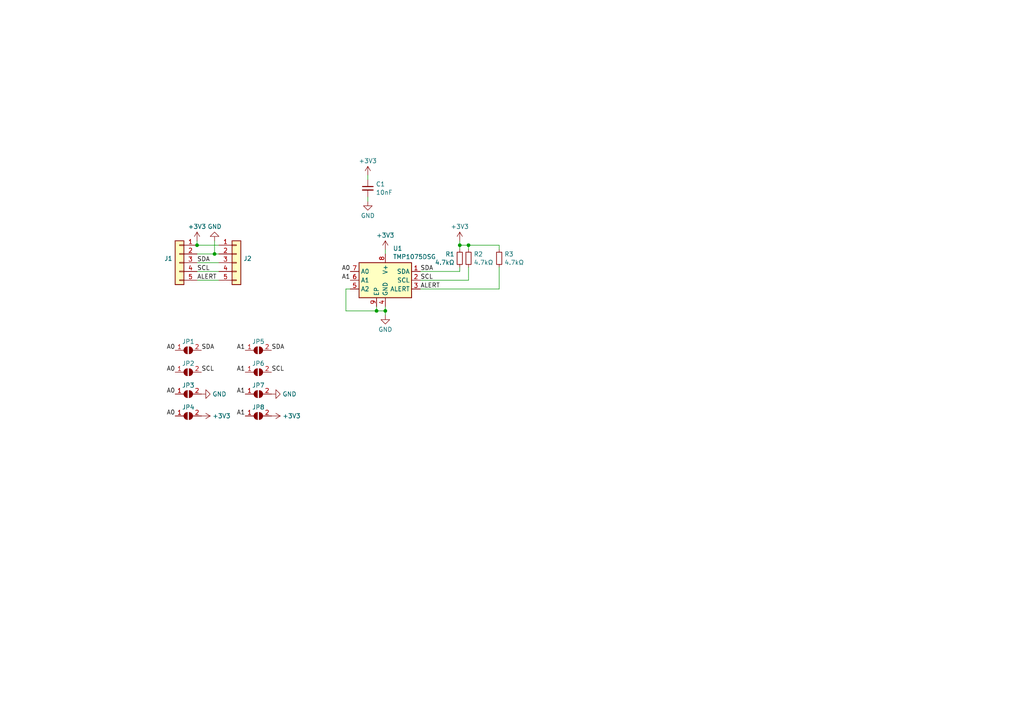
<source format=kicad_sch>
(kicad_sch (version 20230121) (generator eeschema)
  (paper "A4")
  (lib_symbols
    (symbol "Connector_Generic:Conn_01x05" (pin_names (offset 1.016) hide)
      (property "Reference" "J" (at 0 7.62 0))
      (property "Value" "Conn_01x05" (at 0 -7.62 0))
      (symbol "Conn_01x05_1_1"
        (rectangle (start -1.27 -4.953) (end 0 -5.207) (stroke (width 0.1524)))
        (rectangle (start -1.27 -2.413) (end 0 -2.667) (stroke (width 0.1524)))
        (rectangle (start -1.27 0.127) (end 0 -0.127) (stroke (width 0.1524)))
        (rectangle (start -1.27 2.667) (end 0 2.413) (stroke (width 0.1524)))
        (rectangle (start -1.27 5.207) (end 0 4.953) (stroke (width 0.1524)))
        (rectangle (start -1.27 6.35) (end 1.27 -6.35) (stroke (width 0.254)) (fill (type background)))
        (pin passive line (at -5.08 5.08 0) (length 3.81) (name "Pin_1") (number "1"))
        (pin passive line (at -5.08 2.54 0) (length 3.81) (name "Pin_2") (number "2"))
        (pin passive line (at -5.08 0 0) (length 3.81) (name "Pin_3") (number "3"))
        (pin passive line (at -5.08 -2.54 0) (length 3.81) (name "Pin_4") (number "4"))
        (pin passive line (at -5.08 -5.08 0) (length 3.81) (name "Pin_5") (number "5"))
      )
    )
    (symbol "Device:C_Small" (pin_numbers hide) (pin_names (offset 0.254) hide)
      (property "Reference" "C" (at 0.254 1.778 0))
      (property "Value" "C_Small" (at 0.254 -2.032 0))
      (symbol "C_Small_0_1"
        (polyline (pts (xy -1.524 -0.508) (xy 1.524 -0.508)) (stroke (width 0.3302)))
        (polyline (pts (xy -1.524 0.508) (xy 1.524 0.508)) (stroke (width 0.3048)))
      )
      (symbol "C_Small_1_1"
        (pin passive line (at 0 2.54 270) (length 2.032) (name "~") (number "1"))
        (pin passive line (at 0 -2.54 90) (length 2.032) (name "~") (number "2"))
      )
    )
    (symbol "Device:R_Small" (pin_numbers hide) (pin_names (offset 0.254) hide)
      (property "Reference" "R" (at 0.762 0.508 0))
      (property "Value" "R_Small" (at 0.762 -1.016 0))
      (symbol "R_Small_0_1"
        (rectangle (start -0.762 1.778) (end 0.762 -1.778) (stroke (width 0.2032)))
      )
      (symbol "R_Small_1_1"
        (pin passive line (at 0 2.54 270) (length 0.762) (name "~") (number "1"))
        (pin passive line (at 0 -2.54 90) (length 0.762) (name "~") (number "2"))
      )
    )
    (symbol "Jumper:SolderJumper_2_Open" (pin_names (offset 0) hide)
      (property "Reference" "JP" (at 0 2.032 0))
      (property "Value" "SolderJumper_2_Open" (at 0 -2.54 0))
      (symbol "SolderJumper_2_Open_0_1"
        (arc (start -0.254 1.016) (mid -1.2656 0) (end -0.254 -1.016))
        (arc (start -0.254 1.016) (mid -1.2656 0) (end -0.254 -1.016) (fill (type outline)))
        (polyline (pts (xy -0.254 1.016) (xy -0.254 -1.016)))
        (polyline (pts (xy 0.254 1.016) (xy 0.254 -1.016)))
        (arc (start 0.254 -1.016) (mid 1.2656 0) (end 0.254 1.016))
        (arc (start 0.254 -1.016) (mid 1.2656 0) (end 0.254 1.016) (fill (type outline)))
      )
      (symbol "SolderJumper_2_Open_1_1"
        (pin passive line (at -3.81 0 0) (length 2.54) (name "A") (number "1"))
        (pin passive line (at 3.81 0 180) (length 2.54) (name "B") (number "2"))
      )
    )
    (symbol "Sensor_Temperature:TMP1075DSG"
      (property "Reference" "U" (at -6.35 6.35 0))
      (property "Value" "TMP1075DSG" (at 6.35 6.35 0))
      (symbol "TMP1075DSG_0_1"
        (rectangle (start -7.62 5.08) (end 7.62 -5.08) (stroke (width 0.254)) (fill (type background)))
      )
      (symbol "TMP1075DSG_1_1"
        (pin bidirectional line (at 10.16 2.54 180) (length 2.54) (name "SDA") (number "1"))
        (pin input line (at 10.16 0 180) (length 2.54) (name "SCL") (number "2"))
        (pin open_collector line (at 10.16 -2.54 180) (length 2.54) (name "ALERT") (number "3"))
        (pin power_in line (at 0 -7.62 90) (length 2.54) (name "GND") (number "4"))
        (pin input line (at -10.16 -2.54 0) (length 2.54) (name "A2") (number "5"))
        (pin input line (at -10.16 0 0) (length 2.54) (name "A1") (number "6"))
        (pin input line (at -10.16 2.54 0) (length 2.54) (name "A0") (number "7"))
        (pin power_in line (at 0 7.62 270) (length 2.54) (name "V+") (number "8"))
        (pin passive line (at -2.54 -7.62 90) (length 2.54) (name "EP") (number "9"))
      )
    )
    (symbol "power:+3V3" (power) (pin_names (offset 0))
      (property "Value" "+3V3" (at 0 3.556 0))
      (symbol "+3V3_0_1"
        (polyline (pts (xy -0.762 1.27) (xy 0 2.54)))
        (polyline (pts (xy 0 0) (xy 0 2.54)))
        (polyline (pts (xy 0 2.54) (xy 0.762 1.27)))
      )
      (symbol "+3V3_1_1"
        (pin power_in line (at 0 0 90) (length 0) hide (name "+3V3") (number "1"))
      )
    )
    (symbol "power:GND" (power) (pin_names (offset 0))
      (property "Value" "GND" (at 0 -3.81 0))
      (symbol "GND_0_1"
        (polyline (pts (xy 0 0) (xy 0 -1.27) (xy 1.27 -1.27) (xy 0 -2.54) (xy -1.27 -1.27) (xy 0 -1.27)))
      )
      (symbol "GND_1_1"
        (pin power_in line (at 0 0 270) (length 0) hide (name "GND") (number "1"))
      )
    )
  )
  (junction (at 135.89 71.12))
  (junction (at 57.15 71.12))
  (junction (at 111.76 90.17))
  (junction (at 133.35 71.12))
  (junction (at 62.23 73.66))
  (junction (at 109.22 90.17))
  (wire (pts (xy 121.92 83.82) (xy 144.78 83.82)))
  (wire (pts (xy 144.78 83.82) (xy 144.78 77.47)))
  (wire (pts (xy 106.68 50.8) (xy 106.68 52.07)))
  (wire (pts (xy 135.89 81.28) (xy 135.89 77.47)))
  (wire (pts (xy 62.23 73.66) (xy 63.5 73.66)))
  (wire (pts (xy 144.78 72.39) (xy 144.78 71.12)))
  (wire (pts (xy 111.76 72.39) (xy 111.76 73.66)))
  (wire (pts (xy 57.15 81.28) (xy 63.5 81.28)))
  (wire (pts (xy 111.76 90.17) (xy 111.76 91.44)))
  (wire (pts (xy 144.78 71.12) (xy 135.89 71.12)))
  (wire (pts (xy 121.92 78.74) (xy 133.35 78.74)))
  (wire (pts (xy 57.15 78.74) (xy 63.5 78.74)))
  (wire (pts (xy 106.68 57.15) (xy 106.68 58.42)))
  (wire (pts (xy 57.15 69.85) (xy 57.15 71.12)))
  (wire (pts (xy 111.76 88.9) (xy 111.76 90.17)))
  (wire (pts (xy 101.6 83.82) (xy 100.33 83.82)))
  (wire (pts (xy 133.35 69.85) (xy 133.35 71.12)))
  (wire (pts (xy 57.15 71.12) (xy 63.5 71.12)))
  (wire (pts (xy 111.76 90.17) (xy 109.22 90.17)))
  (wire (pts (xy 133.35 78.74) (xy 133.35 77.47)))
  (wire (pts (xy 109.22 90.17) (xy 109.22 88.9)))
  (wire (pts (xy 62.23 69.85) (xy 62.23 73.66)))
  (wire (pts (xy 121.92 81.28) (xy 135.89 81.28)))
  (wire (pts (xy 100.33 90.17) (xy 109.22 90.17)))
  (wire (pts (xy 135.89 71.12) (xy 135.89 72.39)))
  (wire (pts (xy 57.15 73.66) (xy 62.23 73.66)))
  (wire (pts (xy 57.15 76.2) (xy 63.5 76.2)))
  (wire (pts (xy 133.35 71.12) (xy 135.89 71.12)))
  (wire (pts (xy 100.33 83.82) (xy 100.33 90.17)))
  (wire (pts (xy 133.35 71.12) (xy 133.35 72.39)))
  (label "ALERT" (at 121.92 83.82 0))
  (label "SCL" (at 57.15 78.74 0))
  (label "A1" (at 71.12 107.95 180))
  (label "SCL" (at 78.74 107.95 0))
  (label "A1" (at 71.12 120.65 180))
  (label "A0" (at 50.8 114.3 180))
  (label "SDA" (at 58.42 101.6 0))
  (label "A0" (at 101.6 78.74 180))
  (label "ALERT" (at 57.15 81.28 0))
  (label "A0" (at 50.8 120.65 180))
  (label "A1" (at 101.6 81.28 180))
  (label "A1" (at 71.12 101.6 180))
  (label "A0" (at 50.8 101.6 180))
  (label "SCL" (at 58.42 107.95 0))
  (label "A1" (at 71.12 114.3 180))
  (label "A0" (at 50.8 107.95 180))
  (label "SDA" (at 57.15 76.2 0))
  (label "SDA" (at 78.74 101.6 0))
  (label "SDA" (at 121.92 78.74 0))
  (label "SCL" (at 121.92 81.28 0))
  (symbol (lib_id "Connector_Generic:Conn_01x05") (at 68.58 76.2 0) (unit 1)
    (property "Reference" "J2" (at 70.612 74.9879 0) (effects (justify left)))
    (property "Value" "Conn_01x05" (effects hide))
    (property "Footprint" "Connector_PinHeader_1.00mm:PinHeader_1x05_P1.00mm_Vertical" (effects hide))
  )
  (symbol (lib_id "Connector_Generic:Conn_01x05") (at 52.07 76.2 0) (mirror y) (unit 1)
    (property "Reference" "J1" (at 50.038 74.9879 0) (effects (justify left)))
    (property "Value" "Conn_01x05" (effects hide))
    (property "Footprint" "Connector_PinHeader_1.00mm:PinHeader_1x05_P1.00mm_Vertical" (effects hide))
  )
  (symbol (lib_id "power:GND") (at 111.76 91.44 0) (unit 1)
    (property "Reference" "#PWR02" (effects hide))
    (property "Value" "GND" (at 111.76 95.5731 0))
  )
  (symbol (lib_id "Device:R_Small") (at 144.78 74.93 0) (unit 1)
    (property "Reference" "R3" (at 146.2786 73.7179 0) (effects (justify left)))
    (property "Value" "4.7kΩ" (at 146.2786 76.1421 0) (effects (justify left)))
    (property "Footprint" "Resistor_SMD:R_0402_1005Metric" (effects hide))
  )
  (symbol (lib_id "Device:R_Small") (at 135.89 74.93 0) (unit 1)
    (property "Reference" "R2" (at 137.3886 73.7179 0) (effects (justify left)))
    (property "Value" "4.7kΩ" (at 137.3886 76.1421 0) (effects (justify left)))
    (property "Footprint" "Resistor_SMD:R_0402_1005Metric" (effects hide))
  )
  (symbol (lib_id "Jumper:SolderJumper_2_Open") (at 74.93 114.3 0) (unit 1)
    (property "Reference" "JP7" (at 74.93 111.76 0))
    (property "Value" "SolderJumper_2_Open" (effects hide))
    (property "Footprint" "Resistor_SMD:R_0201_0603Metric" (effects hide))
  )
  (symbol (lib_id "Jumper:SolderJumper_2_Open") (at 54.61 120.65 0) (unit 1)
    (property "Reference" "JP4" (at 54.61 118.11 0))
    (property "Value" "SolderJumper_2_Open" (effects hide))
    (property "Footprint" "Resistor_SMD:R_0201_0603Metric" (effects hide))
  )
  (symbol (lib_id "power:GND") (at 106.68 58.42 0) (unit 1)
    (property "Reference" "#PWR013" (effects hide))
    (property "Value" "GND" (at 106.68 62.5531 0))
  )
  (symbol (lib_id "power:+3V3") (at 106.68 50.8 0) (unit 1)
    (property "Reference" "#PWR012" (effects hide))
    (property "Value" "+3V3" (at 106.68 46.6669 0))
  )
  (symbol (lib_id "Jumper:SolderJumper_2_Open") (at 74.93 107.95 0) (unit 1)
    (property "Reference" "JP6" (at 74.93 105.41 0))
    (property "Value" "SolderJumper_2_Open" (effects hide))
    (property "Footprint" "Resistor_SMD:R_0201_0603Metric" (effects hide))
  )
  (symbol (lib_id "power:GND") (at 62.23 69.85 180) (unit 1)
    (property "Reference" "#PWR04" (effects hide))
    (property "Value" "GND" (at 62.23 65.7169 0))
  )
  (symbol (lib_id "power:GND") (at 58.42 114.3 90) (unit 1)
    (property "Reference" "#PWR06" (effects hide))
    (property "Value" "GND" (at 61.595 114.3 90) (effects (justify right)))
  )
  (symbol (lib_id "Jumper:SolderJumper_2_Open") (at 54.61 101.6 0) (unit 1)
    (property "Reference" "JP1" (at 54.61 99.06 0))
    (property "Value" "SolderJumper_2_Open" (effects hide))
    (property "Footprint" "Resistor_SMD:R_0201_0603Metric" (effects hide))
  )
  (symbol (lib_id "power:+3V3") (at 57.15 69.85 0) (unit 1)
    (property "Reference" "#PWR03" (effects hide))
    (property "Value" "+3V3" (at 57.15 65.7169 0))
  )
  (symbol (lib_id "power:+3V3") (at 78.74 120.65 270) (unit 1)
    (property "Reference" "#PWR09" (effects hide))
    (property "Value" "+3V3" (at 81.915 120.65 90) (effects (justify left)))
  )
  (symbol (lib_id "Sensor_Temperature:TMP1075DSG") (at 111.76 81.28 0) (unit 1)
    (property "Reference" "U1" (at 113.9541 72.0557 0) (effects (justify left)))
    (property "Value" "TMP1075DSG" (at 113.9541 74.4799 0) (effects (justify left)))
    (property "Footprint" "Package_SON:WSON-8-1EP_2x2mm_P0.5mm_EP0.9x1.6mm_ThermalVias" (effects hide))
    (property "Datasheet" "https://www.ti.com/lit/gpn/tmp1075" (effects hide))
  )
  (symbol (lib_id "Device:R_Small") (at 133.35 74.93 0) (mirror y) (unit 1)
    (property "Reference" "R1" (at 131.8514 73.7179 0) (effects (justify left)))
    (property "Value" "4.7kΩ" (at 131.8514 76.1421 0) (effects (justify left)))
    (property "Footprint" "Resistor_SMD:R_0402_1005Metric" (effects hide))
  )
  (symbol (lib_id "power:+3V3") (at 58.42 120.65 270) (unit 1)
    (property "Reference" "#PWR07" (effects hide))
    (property "Value" "+3V3" (at 61.595 120.65 90) (effects (justify left)))
  )
  (symbol (lib_id "power:+3V3") (at 111.76 72.39 0) (unit 1)
    (property "Reference" "#PWR01" (effects hide))
    (property "Value" "+3V3" (at 111.76 68.2569 0))
  )
  (symbol (lib_id "Device:C_Small") (at 106.68 54.61 0) (unit 1)
    (property "Reference" "C1" (at 109.0041 53.4042 0) (effects (justify left)))
    (property "Value" "10nF" (at 109.0041 55.8284 0) (effects (justify left)))
    (property "Footprint" "Capacitor_SMD:C_0402_1005Metric" (effects hide))
  )
  (symbol (lib_id "Jumper:SolderJumper_2_Open") (at 54.61 114.3 0) (unit 1)
    (property "Reference" "JP3" (at 54.61 111.76 0))
    (property "Value" "SolderJumper_2_Open" (effects hide))
    (property "Footprint" "Resistor_SMD:R_0201_0603Metric" (effects hide))
  )
  (symbol (lib_id "power:+3V3") (at 133.35 69.85 0) (unit 1)
    (property "Reference" "#PWR05" (effects hide))
    (property "Value" "+3V3" (at 133.35 65.7169 0))
  )
  (symbol (lib_id "Jumper:SolderJumper_2_Open") (at 74.93 101.6 0) (unit 1)
    (property "Reference" "JP5" (at 74.93 99.06 0))
    (property "Value" "SolderJumper_2_Open" (effects hide))
    (property "Footprint" "Resistor_SMD:R_0201_0603Metric" (effects hide))
  )
  (symbol (lib_id "Jumper:SolderJumper_2_Open") (at 74.93 120.65 0) (unit 1)
    (property "Reference" "JP8" (at 74.93 118.11 0))
    (property "Value" "SolderJumper_2_Open" (effects hide))
    (property "Footprint" "Resistor_SMD:R_0201_0603Metric" (effects hide))
  )
  (symbol (lib_id "power:GND") (at 78.74 114.3 90) (unit 1)
    (property "Reference" "#PWR08" (effects hide))
    (property "Value" "GND" (at 81.915 114.3 90) (effects (justify right)))
  )
  (symbol (lib_id "Jumper:SolderJumper_2_Open") (at 54.61 107.95 0) (unit 1)
    (property "Reference" "JP2" (at 54.61 105.41 0))
    (property "Value" "SolderJumper_2_Open" (effects hide))
    (property "Footprint" "Resistor_SMD:R_0201_0603Metric" (effects hide))
  )
)
</source>
